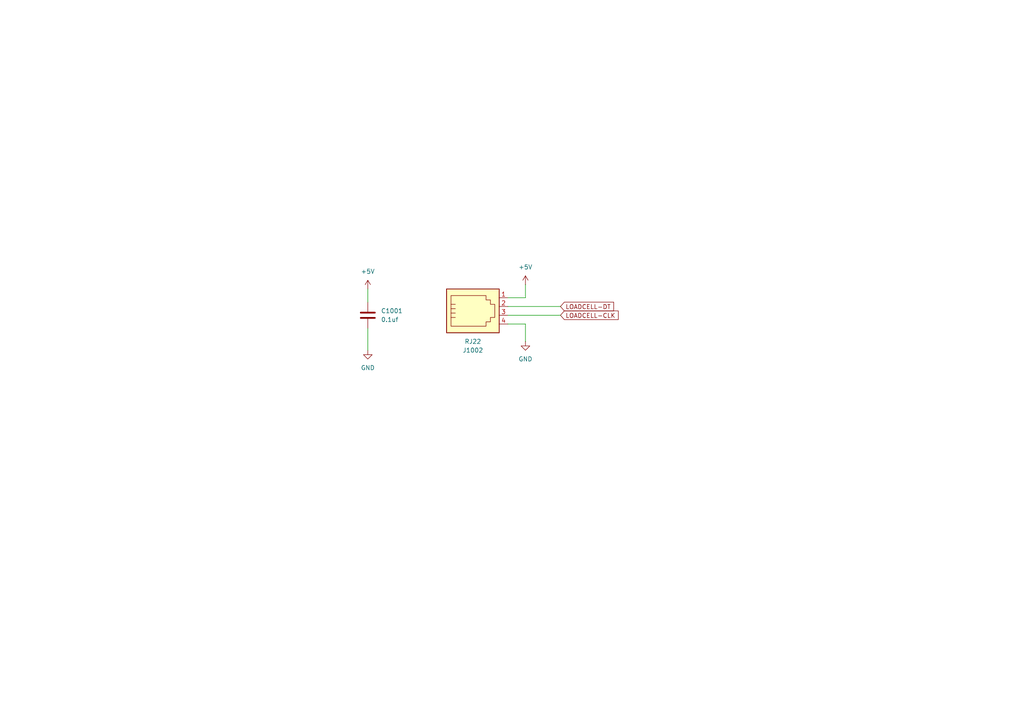
<source format=kicad_sch>
(kicad_sch (version 20250114) (generator "eeschema") (generator_version "9.0")
  (paper "A4")
  (lib_symbols
    (symbol "Connector:RJ22" (pin_names (offset 1.016))
      (property "Reference" "J" (at -5.08 8.89 0))
      (property "Value" "RJ22" (at 2.54 8.89 0))
      (symbol "RJ22_0_1"
        (polyline (pts (xy -6.35 3.175) (xy -5.08 3.175) (xy -5.08 3.175)))
        (polyline (pts (xy -6.35 1.905) (xy -5.08 1.905) (xy -5.08 1.905)))
        (polyline (pts (xy -6.35 0.635) (xy -5.08 0.635) (xy -5.08 0.635)))
        (polyline (pts (xy -6.35 -0.635) (xy -5.08 -0.635) (xy -5.08 -0.635)))
        (polyline (pts (xy -6.35 -3.175) (xy -6.35 5.715) (xy -1.27 5.715) (xy 3.81 5.715) (xy 3.81 4.445) (xy 5.08 4.445) (xy 5.08 3.175) (xy 6.35 3.175) (xy 6.35 -0.635) (xy 5.08 -0.635) (xy 5.08 -1.905) (xy 3.81 -1.905) (xy 3.81 -3.175) (xy -6.35 -3.175) (xy -6.35 -3.175)))
        (rectangle (start 7.62 7.62) (end -7.62 -5.08) (stroke (width 0.254)) (fill (type background)))
      )
      (symbol "RJ22_1_1"
        (pin passive line (at 10.16 5.08 180) (length 2.54) (name "~") (number "4"))
        (pin passive line (at 10.16 2.54 180) (length 2.54) (name "~") (number "3"))
        (pin passive line (at 10.16 0 180) (length 2.54) (name "~") (number "2"))
        (pin passive line (at 10.16 -2.54 180) (length 2.54) (name "~") (number "1"))
      )
    )
    (symbol "Device:C" (pin_numbers (hide yes)) (pin_names (offset 0.254))
      (property "Reference" "C" (at 0.635 2.54 0))
      (property "Value" "C" (at 0.635 -2.54 0))
      (symbol "C_0_1"
        (polyline (pts (xy -2.032 0.762) (xy 2.032 0.762)) (stroke (width 0.508)))
        (polyline (pts (xy -2.032 -0.762) (xy 2.032 -0.762)) (stroke (width 0.508)))
      )
      (symbol "C_1_1"
        (pin passive line (at 0 3.81 270) (length 2.794) (name "~") (number "1"))
        (pin passive line (at 0 -3.81 90) (length 2.794) (name "~") (number "2"))
      )
    )
    (symbol "power:+5V" (power) (pin_numbers (hide yes)) (pin_names (offset 0) (hide yes))
      (property "Value" "+5V" (at 0 3.556 0))
      (symbol "+5V_0_1"
        (polyline (pts (xy -0.762 1.27) (xy 0 2.54)))
        (polyline (pts (xy 0 2.54) (xy 0.762 1.27)))
        (polyline (pts (xy 0 0) (xy 0 2.54)))
      )
      (symbol "+5V_1_1"
        (pin power_in line (at 0 0 90) (length 0) (name "~") (number "1"))
      )
    )
    (symbol "power:GND" (power) (pin_numbers (hide yes)) (pin_names (offset 0) (hide yes))
      (property "Value" "GND" (at 0 -3.81 0))
      (symbol "GND_0_1"
        (polyline (pts (xy 0 0) (xy 0 -1.27) (xy 1.27 -1.27) (xy 0 -2.54) (xy -1.27 -1.27) (xy 0 -1.27)))
      )
      (symbol "GND_1_1"
        (pin power_in line (at 0 0 270) (length 0) (name "~") (number "1"))
      )
    )
  )
  (wire (pts (xy 147.32 91.44) (xy 162.56 91.44)))
  (wire (pts (xy 152.4 86.36) (xy 147.32 86.36)))
  (wire (pts (xy 106.68 83.82) (xy 106.68 87.63)))
  (wire (pts (xy 152.4 82.55) (xy 152.4 86.36)))
  (wire (pts (xy 152.4 93.98) (xy 152.4 99.06)))
  (wire (pts (xy 106.68 95.25) (xy 106.68 101.6)))
  (wire (pts (xy 147.32 88.9) (xy 162.56 88.9)))
  (wire (pts (xy 147.32 93.98) (xy 152.4 93.98)))
  (global_label "LOADCELL-DT" (shape input) (at 162.56 88.9 0) (property "Intersheetrefs" "${INTERSHEET_REFS}" (effects (hide yes))))
  (global_label "LOADCELL-CLK" (shape input) (at 162.56 91.44 0) (property "Intersheetrefs" "${INTERSHEET_REFS}" (effects (hide yes))))
  (symbol (lib_id "power:+5V") (at 106.68 83.82 0) (unit 1)
    (property "Reference" "#PWR01001" (effects (hide yes)))
    (property "Value" "+5V" (at 106.68 78.74 0))
    (property "Description" "Power symbol creates a global label with name \"+5V\"" (effects (hide yes)))
  )
  (symbol (lib_id "Connector:RJ22") (at 137.16 88.9 0) (mirror x) (unit 1)
    (property "Reference" "J1002" (at 137.16 101.6 0))
    (property "Value" "RJ22" (at 137.16 99.06 0))
    (property "Footprint" "Connector_RJ:RJ9_Evercom_5301-440xxx_Horizontal" (effects (hide yes)))
    (property "Description" "RJ connector, 4P4C (4 positions 4 connected)" (effects (hide yes)))
  )
  (symbol (lib_id "power:+5V") (at 152.4 82.55 0) (unit 1)
    (property "Reference" "#PWR01003" (effects (hide yes)))
    (property "Value" "+5V" (at 152.4 77.47 0))
    (property "Description" "Power symbol creates a global label with name \"+5V\"" (effects (hide yes)))
  )
  (symbol (lib_id "power:GND") (at 152.4 99.06 0) (unit 1)
    (property "Reference" "#PWR01004" (effects (hide yes)))
    (property "Value" "GND" (at 152.4 104.14 0))
    (property "Description" "Power symbol creates a global label with name \"GND\" , ground" (effects (hide yes)))
  )
  (symbol (lib_id "power:GND") (at 106.68 101.6 0) (unit 1)
    (property "Reference" "#PWR01002" (effects (hide yes)))
    (property "Value" "GND" (at 106.68 106.68 0))
    (property "Description" "Power symbol creates a global label with name \"GND\" , ground" (effects (hide yes)))
  )
  (symbol (lib_id "Device:C") (at 106.68 91.44 0) (unit 1)
    (property "Reference" "C1001" (at 110.49 90.1699 0) (effects (justify left)))
    (property "Value" "0.1uf" (at 110.49 92.7099 0) (effects (justify left)))
    (property "Footprint" "Capacitor_SMD:C_0402_1005Metric_Pad0.74x0.62mm_HandSolder" (effects (hide yes)))
    (property "Description" "Unpolarized capacitor" (effects (hide yes)))
  )
)
</source>
